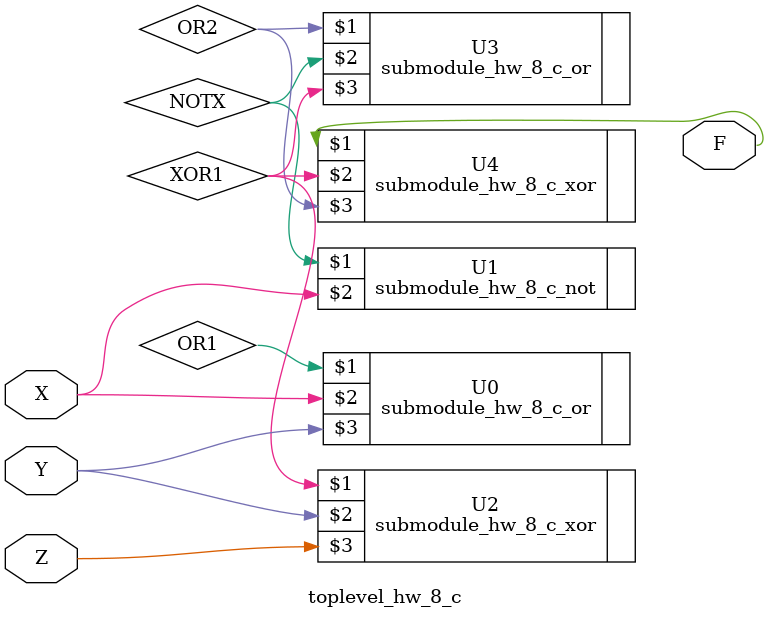
<source format=v>
`include "submodule_hw_8_c_or.v"
`include "submodule_hw_8_c_not.v"
`include "submodule_hw_8_c_xor.v"

module toplevel_hw_8_c(
    output wire F,
    input wire X,Y,Z
);

wire OR1,NOTX,OR2,XOR1;
submodule_hw_8_c_or U0 (OR1,X,Y);
submodule_hw_8_c_not U1 (NOTX,X);
submodule_hw_8_c_xor U2 (XOR1,Y,Z);
submodule_hw_8_c_or U3 (OR2,NOTX,XOR1);
submodule_hw_8_c_xor U4 (F,XOR1,OR2);
endmodule

</source>
